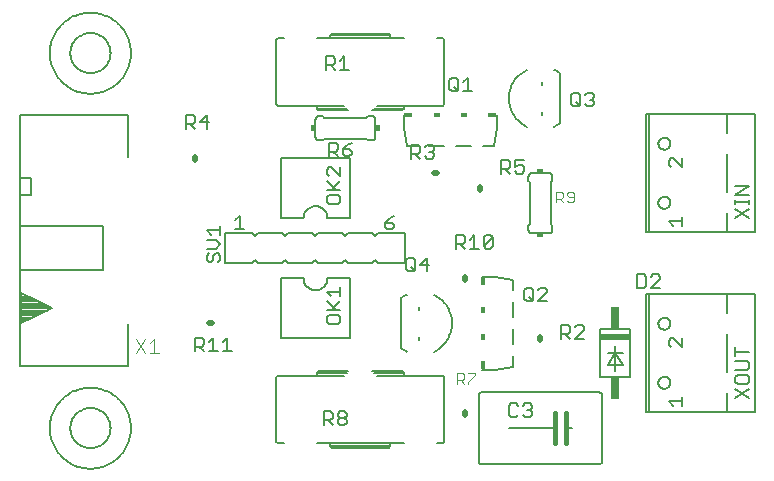
<source format=gto>
G75*
%MOIN*%
%OFA0B0*%
%FSLAX24Y24*%
%IPPOS*%
%LPD*%
%AMOC8*
5,1,8,0,0,1.08239X$1,22.5*
%
%ADD10C,0.0060*%
%ADD11C,0.0050*%
%ADD12C,0.0200*%
%ADD13R,0.0150X0.0200*%
%ADD14C,0.0040*%
%ADD15R,0.0200X0.0150*%
%ADD16R,0.0300X0.0150*%
%ADD17R,0.0150X0.0300*%
%ADD18C,0.0160*%
%ADD19C,0.0080*%
%ADD20R,0.1000X0.0200*%
%ADD21R,0.0300X0.0750*%
D10*
X001150Y001800D02*
X001152Y001873D01*
X001158Y001946D01*
X001168Y002018D01*
X001182Y002090D01*
X001199Y002161D01*
X001221Y002231D01*
X001246Y002300D01*
X001275Y002367D01*
X001307Y002432D01*
X001343Y002496D01*
X001383Y002558D01*
X001425Y002617D01*
X001471Y002674D01*
X001520Y002728D01*
X001572Y002780D01*
X001626Y002829D01*
X001683Y002875D01*
X001742Y002917D01*
X001804Y002957D01*
X001868Y002993D01*
X001933Y003025D01*
X002000Y003054D01*
X002069Y003079D01*
X002139Y003101D01*
X002210Y003118D01*
X002282Y003132D01*
X002354Y003142D01*
X002427Y003148D01*
X002500Y003150D01*
X002573Y003148D01*
X002646Y003142D01*
X002718Y003132D01*
X002790Y003118D01*
X002861Y003101D01*
X002931Y003079D01*
X003000Y003054D01*
X003067Y003025D01*
X003132Y002993D01*
X003196Y002957D01*
X003258Y002917D01*
X003317Y002875D01*
X003374Y002829D01*
X003428Y002780D01*
X003480Y002728D01*
X003529Y002674D01*
X003575Y002617D01*
X003617Y002558D01*
X003657Y002496D01*
X003693Y002432D01*
X003725Y002367D01*
X003754Y002300D01*
X003779Y002231D01*
X003801Y002161D01*
X003818Y002090D01*
X003832Y002018D01*
X003842Y001946D01*
X003848Y001873D01*
X003850Y001800D01*
X003848Y001727D01*
X003842Y001654D01*
X003832Y001582D01*
X003818Y001510D01*
X003801Y001439D01*
X003779Y001369D01*
X003754Y001300D01*
X003725Y001233D01*
X003693Y001168D01*
X003657Y001104D01*
X003617Y001042D01*
X003575Y000983D01*
X003529Y000926D01*
X003480Y000872D01*
X003428Y000820D01*
X003374Y000771D01*
X003317Y000725D01*
X003258Y000683D01*
X003196Y000643D01*
X003132Y000607D01*
X003067Y000575D01*
X003000Y000546D01*
X002931Y000521D01*
X002861Y000499D01*
X002790Y000482D01*
X002718Y000468D01*
X002646Y000458D01*
X002573Y000452D01*
X002500Y000450D01*
X002427Y000452D01*
X002354Y000458D01*
X002282Y000468D01*
X002210Y000482D01*
X002139Y000499D01*
X002069Y000521D01*
X002000Y000546D01*
X001933Y000575D01*
X001868Y000607D01*
X001804Y000643D01*
X001742Y000683D01*
X001683Y000725D01*
X001626Y000771D01*
X001572Y000820D01*
X001520Y000872D01*
X001471Y000926D01*
X001425Y000983D01*
X001383Y001042D01*
X001343Y001104D01*
X001307Y001168D01*
X001275Y001233D01*
X001246Y001300D01*
X001221Y001369D01*
X001199Y001439D01*
X001182Y001510D01*
X001168Y001582D01*
X001158Y001654D01*
X001152Y001727D01*
X001150Y001800D01*
X008700Y001350D02*
X008700Y003500D01*
X008750Y003550D01*
X010050Y003550D01*
X010950Y003550D01*
X011050Y003650D02*
X010050Y003650D01*
X010100Y003700D01*
X011100Y003700D01*
X011900Y003700D02*
X012900Y003700D01*
X012950Y003650D01*
X011950Y003650D01*
X012050Y003550D02*
X012950Y003550D01*
X014250Y003550D01*
X014300Y003500D01*
X014300Y001350D01*
X014250Y001300D01*
X014050Y001300D01*
X012950Y001300D02*
X012500Y001300D01*
X012500Y001200D01*
X010500Y001200D01*
X010500Y001300D01*
X010050Y001300D01*
X010500Y001300D02*
X012500Y001300D01*
X012500Y001200D02*
X012450Y001150D01*
X010550Y001150D01*
X010500Y001200D01*
X008950Y001300D02*
X008750Y001300D01*
X008700Y001350D01*
X010050Y003550D02*
X010050Y003650D01*
X011150Y004800D02*
X008850Y004800D01*
X008850Y006800D01*
X009600Y006800D01*
X009602Y006761D01*
X009608Y006722D01*
X009617Y006684D01*
X009630Y006647D01*
X009647Y006611D01*
X009667Y006578D01*
X009691Y006546D01*
X009717Y006517D01*
X009746Y006491D01*
X009778Y006467D01*
X009811Y006447D01*
X009847Y006430D01*
X009884Y006417D01*
X009922Y006408D01*
X009961Y006402D01*
X010000Y006400D01*
X010039Y006402D01*
X010078Y006408D01*
X010116Y006417D01*
X010153Y006430D01*
X010189Y006447D01*
X010222Y006467D01*
X010254Y006491D01*
X010283Y006517D01*
X010309Y006546D01*
X010333Y006578D01*
X010353Y006611D01*
X010370Y006647D01*
X010383Y006684D01*
X010392Y006722D01*
X010398Y006761D01*
X010400Y006800D01*
X011150Y006800D01*
X011150Y004800D01*
X012950Y003650D02*
X012950Y003550D01*
X015450Y002900D02*
X015450Y000700D01*
X015452Y000683D01*
X015456Y000666D01*
X015463Y000650D01*
X015473Y000636D01*
X015486Y000623D01*
X015500Y000613D01*
X015516Y000606D01*
X015533Y000602D01*
X015550Y000600D01*
X019450Y000600D01*
X019467Y000602D01*
X019484Y000606D01*
X019500Y000613D01*
X019514Y000623D01*
X019527Y000636D01*
X019537Y000650D01*
X019544Y000666D01*
X019548Y000683D01*
X019550Y000700D01*
X019550Y002900D01*
X019548Y002917D01*
X019544Y002934D01*
X019537Y002950D01*
X019527Y002964D01*
X019514Y002977D01*
X019500Y002987D01*
X019484Y002994D01*
X019467Y002998D01*
X019450Y003000D01*
X015550Y003000D01*
X015533Y002998D01*
X015516Y002994D01*
X015500Y002987D01*
X015486Y002977D01*
X015473Y002964D01*
X015463Y002950D01*
X015456Y002934D01*
X015452Y002917D01*
X015450Y002900D01*
X015550Y003750D02*
X016000Y003750D01*
X016600Y003850D01*
X016600Y004200D01*
X016600Y004600D02*
X016600Y005100D01*
X016600Y005500D02*
X016600Y006000D01*
X016600Y006400D02*
X016600Y006750D01*
X016000Y006850D01*
X015550Y006850D01*
X017200Y008300D02*
X017800Y008300D01*
X017817Y008302D01*
X017834Y008306D01*
X017850Y008313D01*
X017864Y008323D01*
X017877Y008336D01*
X017887Y008350D01*
X017894Y008366D01*
X017898Y008383D01*
X017900Y008400D01*
X017900Y008550D01*
X017850Y008600D01*
X017850Y010000D01*
X017900Y010050D01*
X017900Y010200D01*
X017898Y010217D01*
X017894Y010234D01*
X017887Y010250D01*
X017877Y010264D01*
X017864Y010277D01*
X017850Y010287D01*
X017834Y010294D01*
X017817Y010298D01*
X017800Y010300D01*
X017200Y010300D01*
X017183Y010298D01*
X017166Y010294D01*
X017150Y010287D01*
X017136Y010277D01*
X017123Y010264D01*
X017113Y010250D01*
X017106Y010234D01*
X017102Y010217D01*
X017100Y010200D01*
X017100Y010050D01*
X017150Y010000D01*
X017150Y008600D01*
X017100Y008550D01*
X017100Y008400D01*
X017102Y008383D01*
X017106Y008366D01*
X017113Y008350D01*
X017123Y008336D01*
X017136Y008323D01*
X017150Y008313D01*
X017166Y008306D01*
X017183Y008302D01*
X017200Y008300D01*
X021030Y008336D02*
X021110Y008336D01*
X021110Y012266D01*
X023710Y012266D01*
X024650Y012266D01*
X024650Y008336D01*
X023710Y008336D01*
X021110Y008336D01*
X021030Y008336D02*
X021030Y012266D01*
X021110Y012266D01*
X021430Y011286D02*
X021432Y011314D01*
X021438Y011341D01*
X021447Y011367D01*
X021460Y011392D01*
X021477Y011415D01*
X021496Y011435D01*
X021518Y011452D01*
X021542Y011466D01*
X021568Y011476D01*
X021595Y011483D01*
X021623Y011486D01*
X021651Y011485D01*
X021678Y011480D01*
X021705Y011471D01*
X021730Y011459D01*
X021753Y011444D01*
X021774Y011425D01*
X021792Y011404D01*
X021807Y011380D01*
X021818Y011354D01*
X021826Y011328D01*
X021830Y011300D01*
X021830Y011272D01*
X021826Y011244D01*
X021818Y011218D01*
X021807Y011192D01*
X021792Y011168D01*
X021774Y011147D01*
X021753Y011128D01*
X021730Y011113D01*
X021705Y011101D01*
X021678Y011092D01*
X021651Y011087D01*
X021623Y011086D01*
X021595Y011089D01*
X021568Y011096D01*
X021542Y011106D01*
X021518Y011120D01*
X021496Y011137D01*
X021477Y011157D01*
X021460Y011180D01*
X021447Y011205D01*
X021438Y011231D01*
X021432Y011258D01*
X021430Y011286D01*
X023710Y011636D02*
X023710Y012266D01*
X023710Y010936D02*
X023710Y009666D01*
X023710Y008966D02*
X023710Y008336D01*
X021430Y009316D02*
X021432Y009344D01*
X021438Y009371D01*
X021447Y009397D01*
X021460Y009422D01*
X021477Y009445D01*
X021496Y009465D01*
X021518Y009482D01*
X021542Y009496D01*
X021568Y009506D01*
X021595Y009513D01*
X021623Y009516D01*
X021651Y009515D01*
X021678Y009510D01*
X021705Y009501D01*
X021730Y009489D01*
X021753Y009474D01*
X021774Y009455D01*
X021792Y009434D01*
X021807Y009410D01*
X021818Y009384D01*
X021826Y009358D01*
X021830Y009330D01*
X021830Y009302D01*
X021826Y009274D01*
X021818Y009248D01*
X021807Y009222D01*
X021792Y009198D01*
X021774Y009177D01*
X021753Y009158D01*
X021730Y009143D01*
X021705Y009131D01*
X021678Y009122D01*
X021651Y009117D01*
X021623Y009116D01*
X021595Y009119D01*
X021568Y009126D01*
X021542Y009136D01*
X021518Y009150D01*
X021496Y009167D01*
X021477Y009187D01*
X021460Y009210D01*
X021447Y009235D01*
X021438Y009261D01*
X021432Y009288D01*
X021430Y009316D01*
X021110Y006266D02*
X023710Y006266D01*
X024650Y006266D01*
X024650Y002336D01*
X023710Y002336D01*
X021110Y002336D01*
X021030Y002336D01*
X021030Y006266D01*
X021110Y006266D01*
X021110Y002336D01*
X021430Y003316D02*
X021432Y003344D01*
X021438Y003371D01*
X021447Y003397D01*
X021460Y003422D01*
X021477Y003445D01*
X021496Y003465D01*
X021518Y003482D01*
X021542Y003496D01*
X021568Y003506D01*
X021595Y003513D01*
X021623Y003516D01*
X021651Y003515D01*
X021678Y003510D01*
X021705Y003501D01*
X021730Y003489D01*
X021753Y003474D01*
X021774Y003455D01*
X021792Y003434D01*
X021807Y003410D01*
X021818Y003384D01*
X021826Y003358D01*
X021830Y003330D01*
X021830Y003302D01*
X021826Y003274D01*
X021818Y003248D01*
X021807Y003222D01*
X021792Y003198D01*
X021774Y003177D01*
X021753Y003158D01*
X021730Y003143D01*
X021705Y003131D01*
X021678Y003122D01*
X021651Y003117D01*
X021623Y003116D01*
X021595Y003119D01*
X021568Y003126D01*
X021542Y003136D01*
X021518Y003150D01*
X021496Y003167D01*
X021477Y003187D01*
X021460Y003210D01*
X021447Y003235D01*
X021438Y003261D01*
X021432Y003288D01*
X021430Y003316D01*
X020500Y003500D02*
X020500Y005100D01*
X019500Y005100D01*
X019500Y003500D01*
X020500Y003500D01*
X020000Y003700D02*
X020000Y004300D01*
X019750Y004300D01*
X020000Y004300D02*
X020250Y004300D01*
X020000Y004300D02*
X020250Y003900D01*
X019750Y003900D01*
X020000Y004300D01*
X020000Y004550D01*
X021430Y005286D02*
X021432Y005314D01*
X021438Y005341D01*
X021447Y005367D01*
X021460Y005392D01*
X021477Y005415D01*
X021496Y005435D01*
X021518Y005452D01*
X021542Y005466D01*
X021568Y005476D01*
X021595Y005483D01*
X021623Y005486D01*
X021651Y005485D01*
X021678Y005480D01*
X021705Y005471D01*
X021730Y005459D01*
X021753Y005444D01*
X021774Y005425D01*
X021792Y005404D01*
X021807Y005380D01*
X021818Y005354D01*
X021826Y005328D01*
X021830Y005300D01*
X021830Y005272D01*
X021826Y005244D01*
X021818Y005218D01*
X021807Y005192D01*
X021792Y005168D01*
X021774Y005147D01*
X021753Y005128D01*
X021730Y005113D01*
X021705Y005101D01*
X021678Y005092D01*
X021651Y005087D01*
X021623Y005086D01*
X021595Y005089D01*
X021568Y005096D01*
X021542Y005106D01*
X021518Y005120D01*
X021496Y005137D01*
X021477Y005157D01*
X021460Y005180D01*
X021447Y005205D01*
X021438Y005231D01*
X021432Y005258D01*
X021430Y005286D01*
X023710Y005636D02*
X023710Y006266D01*
X023710Y004936D02*
X023710Y003666D01*
X023710Y002966D02*
X023710Y002336D01*
X018550Y001800D02*
X018350Y001800D01*
X018000Y001800D02*
X016450Y001800D01*
X013000Y007300D02*
X012100Y007300D01*
X012000Y007400D01*
X011900Y007300D01*
X011100Y007300D01*
X011000Y007400D01*
X010900Y007300D01*
X010100Y007300D01*
X010000Y007400D01*
X009900Y007300D01*
X009100Y007300D01*
X009000Y007400D01*
X008900Y007300D01*
X008100Y007300D01*
X008000Y007400D01*
X007900Y007300D01*
X007000Y007300D01*
X007000Y008300D01*
X007900Y008300D01*
X008000Y008200D01*
X008100Y008300D01*
X008900Y008300D01*
X009000Y008200D01*
X009100Y008300D01*
X009900Y008300D01*
X010000Y008200D01*
X010100Y008300D01*
X010900Y008300D01*
X011000Y008200D01*
X011100Y008300D01*
X011900Y008300D01*
X012000Y008200D01*
X012100Y008300D01*
X013000Y008300D01*
X013000Y007300D01*
X011150Y008800D02*
X010400Y008800D01*
X010398Y008839D01*
X010392Y008878D01*
X010383Y008916D01*
X010370Y008953D01*
X010353Y008989D01*
X010333Y009022D01*
X010309Y009054D01*
X010283Y009083D01*
X010254Y009109D01*
X010222Y009133D01*
X010189Y009153D01*
X010153Y009170D01*
X010116Y009183D01*
X010078Y009192D01*
X010039Y009198D01*
X010000Y009200D01*
X009961Y009198D01*
X009922Y009192D01*
X009884Y009183D01*
X009847Y009170D01*
X009811Y009153D01*
X009778Y009133D01*
X009746Y009109D01*
X009717Y009083D01*
X009691Y009054D01*
X009667Y009022D01*
X009647Y008989D01*
X009630Y008953D01*
X009617Y008916D01*
X009608Y008878D01*
X009602Y008839D01*
X009600Y008800D01*
X008850Y008800D01*
X008850Y010800D01*
X011150Y010800D01*
X011150Y008800D01*
X013050Y011200D02*
X013400Y011200D01*
X013050Y011200D02*
X012950Y011800D01*
X012950Y012250D01*
X012900Y012400D02*
X011900Y012400D01*
X011950Y012450D02*
X012950Y012450D01*
X012900Y012400D01*
X012950Y012450D02*
X012950Y012550D01*
X012050Y012550D01*
X011900Y012200D02*
X011750Y012200D01*
X011700Y012150D01*
X010300Y012150D01*
X010250Y012200D01*
X010100Y012200D01*
X010083Y012198D01*
X010066Y012194D01*
X010050Y012187D01*
X010036Y012177D01*
X010023Y012164D01*
X010013Y012150D01*
X010006Y012134D01*
X010002Y012117D01*
X010000Y012100D01*
X010000Y011500D01*
X010002Y011483D01*
X010006Y011466D01*
X010013Y011450D01*
X010023Y011436D01*
X010036Y011423D01*
X010050Y011413D01*
X010066Y011406D01*
X010083Y011402D01*
X010100Y011400D01*
X010250Y011400D01*
X010300Y011450D01*
X011700Y011450D01*
X011750Y011400D01*
X011900Y011400D01*
X011917Y011402D01*
X011934Y011406D01*
X011950Y011413D01*
X011964Y011423D01*
X011977Y011436D01*
X011987Y011450D01*
X011994Y011466D01*
X011998Y011483D01*
X012000Y011500D01*
X012000Y012100D01*
X011998Y012117D01*
X011994Y012134D01*
X011987Y012150D01*
X011977Y012164D01*
X011964Y012177D01*
X011950Y012187D01*
X011934Y012194D01*
X011917Y012198D01*
X011900Y012200D01*
X011100Y012400D02*
X010100Y012400D01*
X010050Y012450D01*
X011050Y012450D01*
X010950Y012550D02*
X010050Y012550D01*
X008750Y012550D01*
X008700Y012600D01*
X008700Y014750D01*
X008750Y014800D01*
X008950Y014800D01*
X010050Y014800D02*
X010500Y014800D01*
X010500Y014900D01*
X012500Y014900D01*
X012500Y014800D01*
X012950Y014800D01*
X012500Y014800D02*
X010500Y014800D01*
X010500Y014900D02*
X010550Y014950D01*
X012450Y014950D01*
X012500Y014900D01*
X014050Y014800D02*
X014250Y014800D01*
X014300Y014750D01*
X014300Y012600D01*
X014250Y012550D01*
X012950Y012550D01*
X013800Y011200D02*
X014300Y011200D01*
X014700Y011200D02*
X015200Y011200D01*
X015600Y011200D02*
X015950Y011200D01*
X016050Y011800D01*
X016050Y012250D01*
X010050Y012450D02*
X010050Y012550D01*
X001150Y014300D02*
X001152Y014373D01*
X001158Y014446D01*
X001168Y014518D01*
X001182Y014590D01*
X001199Y014661D01*
X001221Y014731D01*
X001246Y014800D01*
X001275Y014867D01*
X001307Y014932D01*
X001343Y014996D01*
X001383Y015058D01*
X001425Y015117D01*
X001471Y015174D01*
X001520Y015228D01*
X001572Y015280D01*
X001626Y015329D01*
X001683Y015375D01*
X001742Y015417D01*
X001804Y015457D01*
X001868Y015493D01*
X001933Y015525D01*
X002000Y015554D01*
X002069Y015579D01*
X002139Y015601D01*
X002210Y015618D01*
X002282Y015632D01*
X002354Y015642D01*
X002427Y015648D01*
X002500Y015650D01*
X002573Y015648D01*
X002646Y015642D01*
X002718Y015632D01*
X002790Y015618D01*
X002861Y015601D01*
X002931Y015579D01*
X003000Y015554D01*
X003067Y015525D01*
X003132Y015493D01*
X003196Y015457D01*
X003258Y015417D01*
X003317Y015375D01*
X003374Y015329D01*
X003428Y015280D01*
X003480Y015228D01*
X003529Y015174D01*
X003575Y015117D01*
X003617Y015058D01*
X003657Y014996D01*
X003693Y014932D01*
X003725Y014867D01*
X003754Y014800D01*
X003779Y014731D01*
X003801Y014661D01*
X003818Y014590D01*
X003832Y014518D01*
X003842Y014446D01*
X003848Y014373D01*
X003850Y014300D01*
X003848Y014227D01*
X003842Y014154D01*
X003832Y014082D01*
X003818Y014010D01*
X003801Y013939D01*
X003779Y013869D01*
X003754Y013800D01*
X003725Y013733D01*
X003693Y013668D01*
X003657Y013604D01*
X003617Y013542D01*
X003575Y013483D01*
X003529Y013426D01*
X003480Y013372D01*
X003428Y013320D01*
X003374Y013271D01*
X003317Y013225D01*
X003258Y013183D01*
X003196Y013143D01*
X003132Y013107D01*
X003067Y013075D01*
X003000Y013046D01*
X002931Y013021D01*
X002861Y012999D01*
X002790Y012982D01*
X002718Y012968D01*
X002646Y012958D01*
X002573Y012952D01*
X002500Y012950D01*
X002427Y012952D01*
X002354Y012958D01*
X002282Y012968D01*
X002210Y012982D01*
X002139Y012999D01*
X002069Y013021D01*
X002000Y013046D01*
X001933Y013075D01*
X001868Y013107D01*
X001804Y013143D01*
X001742Y013183D01*
X001683Y013225D01*
X001626Y013271D01*
X001572Y013320D01*
X001520Y013372D01*
X001471Y013426D01*
X001425Y013483D01*
X001383Y013542D01*
X001343Y013604D01*
X001307Y013668D01*
X001275Y013733D01*
X001246Y013800D01*
X001221Y013869D01*
X001199Y013939D01*
X001182Y014010D01*
X001168Y014082D01*
X001158Y014154D01*
X001152Y014227D01*
X001150Y014300D01*
D11*
X005685Y012235D02*
X005685Y011785D01*
X005685Y011935D02*
X005910Y011935D01*
X005985Y012010D01*
X005985Y012160D01*
X005910Y012235D01*
X005685Y012235D01*
X005835Y011935D02*
X005985Y011785D01*
X006146Y012010D02*
X006446Y012010D01*
X006371Y011785D02*
X006371Y012235D01*
X006146Y012010D01*
X010354Y013745D02*
X010354Y014195D01*
X010580Y014195D01*
X010655Y014120D01*
X010655Y013970D01*
X010580Y013895D01*
X010354Y013895D01*
X010505Y013895D02*
X010655Y013745D01*
X010815Y013745D02*
X011115Y013745D01*
X010965Y013745D02*
X010965Y014195D01*
X010815Y014045D01*
X014465Y013410D02*
X014465Y013110D01*
X014540Y013035D01*
X014690Y013035D01*
X014765Y013110D01*
X014765Y013410D01*
X014690Y013485D01*
X014540Y013485D01*
X014465Y013410D01*
X014926Y013335D02*
X015076Y013485D01*
X015076Y013035D01*
X014926Y013035D02*
X015226Y013035D01*
X014765Y013035D02*
X014615Y013185D01*
X013871Y011235D02*
X013946Y011160D01*
X013946Y011085D01*
X013871Y011010D01*
X013946Y010935D01*
X013946Y010860D01*
X013871Y010785D01*
X013721Y010785D01*
X013646Y010860D01*
X013485Y010785D02*
X013335Y010935D01*
X013410Y010935D02*
X013185Y010935D01*
X013185Y010785D02*
X013185Y011235D01*
X013410Y011235D01*
X013485Y011160D01*
X013485Y011010D01*
X013410Y010935D01*
X013796Y011010D02*
X013871Y011010D01*
X013871Y011235D02*
X013721Y011235D01*
X013646Y011160D01*
X011205Y011015D02*
X011205Y010940D01*
X011130Y010865D01*
X010980Y010865D01*
X010905Y010940D01*
X010905Y011090D01*
X011130Y011090D01*
X011205Y011015D01*
X011055Y011240D02*
X010905Y011090D01*
X010745Y011090D02*
X010745Y011240D01*
X010670Y011315D01*
X010444Y011315D01*
X010444Y010865D01*
X010444Y011015D02*
X010670Y011015D01*
X010745Y011090D01*
X010595Y011015D02*
X010745Y010865D01*
X010825Y010496D02*
X010825Y010196D01*
X010525Y010496D01*
X010450Y010496D01*
X010375Y010421D01*
X010375Y010271D01*
X010450Y010196D01*
X010375Y010036D02*
X010675Y009735D01*
X010600Y009810D02*
X010825Y010036D01*
X010825Y009735D02*
X010375Y009735D01*
X010450Y009575D02*
X010375Y009500D01*
X010375Y009350D01*
X010450Y009275D01*
X010750Y009275D01*
X010825Y009350D01*
X010825Y009500D01*
X010750Y009575D01*
X010450Y009575D01*
X012325Y008650D02*
X012325Y008500D01*
X012400Y008425D01*
X012550Y008425D01*
X012625Y008500D01*
X012625Y008575D01*
X012550Y008650D01*
X012325Y008650D01*
X012475Y008800D01*
X012625Y008875D01*
X013100Y007475D02*
X013250Y007475D01*
X013325Y007400D01*
X013325Y007100D01*
X013250Y007025D01*
X013100Y007025D01*
X013025Y007100D01*
X013025Y007400D01*
X013100Y007475D01*
X013175Y007175D02*
X013325Y007025D01*
X013486Y007250D02*
X013786Y007250D01*
X013711Y007025D02*
X013711Y007475D01*
X013486Y007250D01*
X014685Y007785D02*
X014685Y008235D01*
X014910Y008235D01*
X014985Y008160D01*
X014985Y008010D01*
X014910Y007935D01*
X014685Y007935D01*
X014835Y007935D02*
X014985Y007785D01*
X015146Y007785D02*
X015446Y007785D01*
X015296Y007785D02*
X015296Y008235D01*
X015146Y008085D01*
X015606Y008160D02*
X015606Y007860D01*
X015906Y008160D01*
X015906Y007860D01*
X015831Y007785D01*
X015681Y007785D01*
X015606Y007860D01*
X015606Y008160D02*
X015681Y008235D01*
X015831Y008235D01*
X015906Y008160D01*
X017040Y006485D02*
X017190Y006485D01*
X017265Y006410D01*
X017265Y006110D01*
X017190Y006035D01*
X017040Y006035D01*
X016965Y006110D01*
X016965Y006410D01*
X017040Y006485D01*
X017426Y006410D02*
X017501Y006485D01*
X017651Y006485D01*
X017726Y006410D01*
X017726Y006335D01*
X017426Y006035D01*
X017726Y006035D01*
X017265Y006035D02*
X017115Y006185D01*
X018185Y005235D02*
X018410Y005235D01*
X018485Y005160D01*
X018485Y005010D01*
X018410Y004935D01*
X018185Y004935D01*
X018185Y004785D02*
X018185Y005235D01*
X018335Y004935D02*
X018485Y004785D01*
X018646Y004785D02*
X018946Y005085D01*
X018946Y005160D01*
X018871Y005235D01*
X018721Y005235D01*
X018646Y005160D01*
X018646Y004785D02*
X018946Y004785D01*
X020725Y006475D02*
X020950Y006475D01*
X021025Y006550D01*
X021025Y006850D01*
X020950Y006925D01*
X020725Y006925D01*
X020725Y006475D01*
X021186Y006475D02*
X021486Y006775D01*
X021486Y006850D01*
X021411Y006925D01*
X021261Y006925D01*
X021186Y006850D01*
X021186Y006475D02*
X021486Y006475D01*
X021850Y004791D02*
X021775Y004716D01*
X021775Y004566D01*
X021850Y004491D01*
X021925Y004791D02*
X022225Y004491D01*
X022225Y004791D01*
X021925Y004791D02*
X021850Y004791D01*
X023995Y004492D02*
X023995Y004192D01*
X023995Y004342D02*
X024445Y004342D01*
X024370Y004032D02*
X023995Y004032D01*
X023995Y003732D02*
X024370Y003732D01*
X024445Y003807D01*
X024445Y003957D01*
X024370Y004032D01*
X024370Y003571D02*
X024070Y003571D01*
X023995Y003496D01*
X023995Y003346D01*
X024070Y003271D01*
X024370Y003271D01*
X024445Y003346D01*
X024445Y003496D01*
X024370Y003571D01*
X024445Y003111D02*
X023995Y002811D01*
X023995Y003111D02*
X024445Y002811D01*
X022225Y002841D02*
X022225Y002541D01*
X022225Y002691D02*
X021775Y002691D01*
X021925Y002541D01*
X017215Y002550D02*
X017215Y002475D01*
X017140Y002400D01*
X017215Y002325D01*
X017215Y002250D01*
X017140Y002175D01*
X016990Y002175D01*
X016915Y002250D01*
X016755Y002250D02*
X016680Y002175D01*
X016530Y002175D01*
X016454Y002250D01*
X016454Y002550D01*
X016530Y002625D01*
X016680Y002625D01*
X016755Y002550D01*
X016915Y002550D02*
X016990Y002625D01*
X017140Y002625D01*
X017215Y002550D01*
X017140Y002400D02*
X017065Y002400D01*
X013450Y004747D02*
X013450Y004853D01*
X013062Y004346D02*
X013006Y004373D01*
X012952Y004404D01*
X012900Y004438D01*
X012850Y004475D01*
X012850Y006125D01*
X013450Y005853D02*
X013450Y005747D01*
X013053Y006250D02*
X012999Y006223D01*
X012948Y006193D01*
X012898Y006160D01*
X012850Y006125D01*
X013947Y006250D02*
X014004Y006221D01*
X014060Y006188D01*
X014113Y006153D01*
X014164Y006113D01*
X014212Y006071D01*
X014258Y006026D01*
X014301Y005979D01*
X014341Y005929D01*
X014378Y005876D01*
X014411Y005821D01*
X014442Y005765D01*
X014468Y005706D01*
X014491Y005646D01*
X014511Y005585D01*
X014526Y005523D01*
X014538Y005460D01*
X014546Y005396D01*
X014550Y005332D01*
X014550Y005268D01*
X014546Y005204D01*
X014538Y005140D01*
X014526Y005077D01*
X014511Y005015D01*
X014491Y004954D01*
X014468Y004894D01*
X014442Y004835D01*
X014411Y004779D01*
X014378Y004724D01*
X014341Y004671D01*
X014301Y004621D01*
X014258Y004574D01*
X014212Y004529D01*
X014164Y004487D01*
X014113Y004447D01*
X014060Y004412D01*
X014004Y004379D01*
X013947Y004350D01*
X010825Y005350D02*
X010750Y005275D01*
X010450Y005275D01*
X010375Y005350D01*
X010375Y005500D01*
X010450Y005575D01*
X010750Y005575D01*
X010825Y005500D01*
X010825Y005350D01*
X010825Y005735D02*
X010375Y005735D01*
X010600Y005810D02*
X010825Y006036D01*
X010825Y006196D02*
X010825Y006496D01*
X010825Y006346D02*
X010375Y006346D01*
X010525Y006196D01*
X010375Y006036D02*
X010675Y005735D01*
X007205Y004365D02*
X006905Y004365D01*
X007055Y004365D02*
X007055Y004815D01*
X006905Y004665D01*
X006745Y004365D02*
X006444Y004365D01*
X006595Y004365D02*
X006595Y004815D01*
X006444Y004665D01*
X006284Y004740D02*
X006284Y004590D01*
X006209Y004515D01*
X005984Y004515D01*
X005984Y004365D02*
X005984Y004815D01*
X006209Y004815D01*
X006284Y004740D01*
X006134Y004515D02*
X006284Y004365D01*
X010275Y002355D02*
X010275Y001905D01*
X010275Y002055D02*
X010500Y002055D01*
X010575Y002130D01*
X010575Y002280D01*
X010500Y002355D01*
X010275Y002355D01*
X010425Y002055D02*
X010575Y001905D01*
X010736Y001980D02*
X010736Y002055D01*
X010811Y002130D01*
X010961Y002130D01*
X011036Y002055D01*
X011036Y001980D01*
X010961Y001905D01*
X010811Y001905D01*
X010736Y001980D01*
X010811Y002130D02*
X010736Y002205D01*
X010736Y002280D01*
X010811Y002355D01*
X010961Y002355D01*
X011036Y002280D01*
X011036Y002205D01*
X010961Y002130D01*
X006750Y007325D02*
X006825Y007400D01*
X006825Y007550D01*
X006750Y007625D01*
X006675Y007625D01*
X006600Y007550D01*
X006600Y007400D01*
X006525Y007325D01*
X006450Y007325D01*
X006375Y007400D01*
X006375Y007550D01*
X006450Y007625D01*
X006375Y007785D02*
X006675Y007785D01*
X006825Y007936D01*
X006675Y008086D01*
X006375Y008086D01*
X006525Y008246D02*
X006375Y008396D01*
X006825Y008396D01*
X006825Y008246D02*
X006825Y008546D01*
X007325Y008425D02*
X007625Y008425D01*
X007475Y008425D02*
X007475Y008875D01*
X007325Y008725D01*
X011055Y011240D02*
X011205Y011315D01*
X016185Y010735D02*
X016185Y010285D01*
X016185Y010435D02*
X016410Y010435D01*
X016485Y010510D01*
X016485Y010660D01*
X016410Y010735D01*
X016185Y010735D01*
X016335Y010435D02*
X016485Y010285D01*
X016646Y010360D02*
X016721Y010285D01*
X016871Y010285D01*
X016946Y010360D01*
X016946Y010510D01*
X016871Y010585D01*
X016796Y010585D01*
X016646Y010510D01*
X016646Y010735D01*
X016946Y010735D01*
X018150Y011975D02*
X018150Y013625D01*
X017550Y013353D02*
X017550Y013247D01*
X017938Y013754D02*
X017994Y013727D01*
X018048Y013696D01*
X018100Y013662D01*
X018150Y013625D01*
X018600Y012975D02*
X018750Y012975D01*
X018825Y012900D01*
X018825Y012600D01*
X018750Y012525D01*
X018600Y012525D01*
X018525Y012600D01*
X018525Y012900D01*
X018600Y012975D01*
X018675Y012675D02*
X018825Y012525D01*
X018986Y012600D02*
X019061Y012525D01*
X019211Y012525D01*
X019286Y012600D01*
X019286Y012675D01*
X019211Y012750D01*
X019136Y012750D01*
X019211Y012750D02*
X019286Y012825D01*
X019286Y012900D01*
X019211Y012975D01*
X019061Y012975D01*
X018986Y012900D01*
X017053Y013750D02*
X016996Y013721D01*
X016940Y013688D01*
X016887Y013653D01*
X016836Y013613D01*
X016788Y013571D01*
X016742Y013526D01*
X016699Y013479D01*
X016659Y013429D01*
X016622Y013376D01*
X016589Y013321D01*
X016558Y013265D01*
X016532Y013206D01*
X016509Y013146D01*
X016489Y013085D01*
X016474Y013023D01*
X016462Y012960D01*
X016454Y012896D01*
X016450Y012832D01*
X016450Y012768D01*
X016454Y012704D01*
X016462Y012640D01*
X016474Y012577D01*
X016489Y012515D01*
X016509Y012454D01*
X016532Y012394D01*
X016558Y012335D01*
X016589Y012279D01*
X016622Y012224D01*
X016659Y012171D01*
X016699Y012121D01*
X016742Y012074D01*
X016788Y012029D01*
X016836Y011987D01*
X016887Y011947D01*
X016940Y011912D01*
X016996Y011879D01*
X017053Y011850D01*
X017550Y012247D02*
X017550Y012353D01*
X017947Y011850D02*
X018001Y011877D01*
X018052Y011907D01*
X018102Y011940D01*
X018150Y011975D01*
X021775Y010716D02*
X021775Y010566D01*
X021850Y010491D01*
X021775Y010716D02*
X021850Y010791D01*
X021925Y010791D01*
X022225Y010491D01*
X022225Y010791D01*
X023995Y009878D02*
X024445Y009878D01*
X023995Y009578D01*
X024445Y009578D01*
X024445Y009421D02*
X024445Y009271D01*
X024445Y009346D02*
X023995Y009346D01*
X023995Y009271D02*
X023995Y009421D01*
X023995Y009111D02*
X024445Y008811D01*
X024445Y009111D02*
X023995Y008811D01*
X022225Y008841D02*
X022225Y008541D01*
X022225Y008691D02*
X021775Y008691D01*
X021925Y008541D01*
D12*
X017500Y004850D02*
X017500Y004750D01*
X015000Y006750D02*
X015000Y006850D01*
X015500Y009750D02*
X015500Y009850D01*
X014050Y010300D02*
X013950Y010300D01*
X006550Y005300D02*
X006450Y005300D01*
X006000Y010750D02*
X006000Y010850D01*
X015000Y002350D02*
X015000Y002250D01*
D13*
X015575Y004850D03*
X015575Y005750D03*
X012075Y011800D03*
X009925Y011800D03*
D14*
X018020Y009680D02*
X018020Y009330D01*
X018020Y009447D02*
X018195Y009447D01*
X018254Y009505D01*
X018254Y009622D01*
X018195Y009680D01*
X018020Y009680D01*
X018379Y009622D02*
X018379Y009564D01*
X018438Y009505D01*
X018613Y009505D01*
X018613Y009388D02*
X018613Y009622D01*
X018554Y009680D01*
X018438Y009680D01*
X018379Y009622D01*
X018379Y009388D02*
X018438Y009330D01*
X018554Y009330D01*
X018613Y009388D01*
X018254Y009330D02*
X018137Y009447D01*
X015323Y003630D02*
X015089Y003630D01*
X014964Y003572D02*
X014964Y003455D01*
X014905Y003397D01*
X014730Y003397D01*
X014730Y003280D02*
X014730Y003630D01*
X014905Y003630D01*
X014964Y003572D01*
X014847Y003397D02*
X014964Y003280D01*
X015089Y003280D02*
X015089Y003338D01*
X015323Y003572D01*
X015323Y003630D01*
X004788Y004320D02*
X004481Y004320D01*
X004634Y004320D02*
X004634Y004780D01*
X004481Y004627D01*
X004327Y004780D02*
X004020Y004320D01*
X004327Y004320D02*
X004020Y004780D01*
D15*
X014050Y012225D03*
X014950Y012225D03*
X017500Y010375D03*
X017500Y008225D03*
D16*
X015900Y012225D03*
X013100Y012225D03*
D17*
X015575Y006700D03*
X015575Y003900D03*
D18*
X018000Y002300D02*
X018000Y001800D01*
X018000Y001300D01*
X018350Y001300D02*
X018350Y001800D01*
X018350Y002300D01*
D19*
X001831Y001800D02*
X001833Y001851D01*
X001839Y001902D01*
X001849Y001952D01*
X001862Y002002D01*
X001880Y002050D01*
X001900Y002097D01*
X001925Y002142D01*
X001953Y002185D01*
X001984Y002226D01*
X002018Y002264D01*
X002055Y002299D01*
X002094Y002332D01*
X002136Y002362D01*
X002180Y002388D01*
X002226Y002410D01*
X002274Y002430D01*
X002323Y002445D01*
X002373Y002457D01*
X002423Y002465D01*
X002474Y002469D01*
X002526Y002469D01*
X002577Y002465D01*
X002627Y002457D01*
X002677Y002445D01*
X002726Y002430D01*
X002774Y002410D01*
X002820Y002388D01*
X002864Y002362D01*
X002906Y002332D01*
X002945Y002299D01*
X002982Y002264D01*
X003016Y002226D01*
X003047Y002185D01*
X003075Y002142D01*
X003100Y002097D01*
X003120Y002050D01*
X003138Y002002D01*
X003151Y001952D01*
X003161Y001902D01*
X003167Y001851D01*
X003169Y001800D01*
X003167Y001749D01*
X003161Y001698D01*
X003151Y001648D01*
X003138Y001598D01*
X003120Y001550D01*
X003100Y001503D01*
X003075Y001458D01*
X003047Y001415D01*
X003016Y001374D01*
X002982Y001336D01*
X002945Y001301D01*
X002906Y001268D01*
X002864Y001238D01*
X002820Y001212D01*
X002774Y001190D01*
X002726Y001170D01*
X002677Y001155D01*
X002627Y001143D01*
X002577Y001135D01*
X002526Y001131D01*
X002474Y001131D01*
X002423Y001135D01*
X002373Y001143D01*
X002323Y001155D01*
X002274Y001170D01*
X002226Y001190D01*
X002180Y001212D01*
X002136Y001238D01*
X002094Y001268D01*
X002055Y001301D01*
X002018Y001336D01*
X001984Y001374D01*
X001953Y001415D01*
X001925Y001458D01*
X001900Y001503D01*
X001880Y001550D01*
X001862Y001598D01*
X001849Y001648D01*
X001839Y001698D01*
X001833Y001749D01*
X001831Y001800D01*
X000140Y003863D02*
X003762Y003863D01*
X003762Y005258D01*
X001205Y005798D02*
X000191Y005296D01*
X000191Y006300D01*
X001205Y005798D01*
X001199Y005795D02*
X000191Y005795D01*
X000191Y005717D02*
X001040Y005717D01*
X001053Y005874D02*
X000191Y005874D01*
X000191Y005952D02*
X000894Y005952D01*
X000735Y006031D02*
X000191Y006031D01*
X000191Y006109D02*
X000577Y006109D01*
X000418Y006188D02*
X000191Y006188D01*
X000191Y006266D02*
X000260Y006266D01*
X000191Y005638D02*
X000882Y005638D01*
X000723Y005560D02*
X000191Y005560D01*
X000191Y005481D02*
X000565Y005481D01*
X000406Y005403D02*
X000191Y005403D01*
X000191Y005324D02*
X000248Y005324D01*
X000140Y003863D02*
X000140Y007059D01*
X000140Y008541D01*
X002921Y008541D01*
X002921Y007059D01*
X000140Y007059D01*
X000140Y008541D02*
X000140Y009556D01*
X000522Y009556D01*
X000522Y010138D01*
X000140Y010138D01*
X000140Y009556D01*
X000140Y010138D02*
X000140Y012237D01*
X003762Y012237D01*
X003762Y010837D01*
X001831Y014300D02*
X001833Y014351D01*
X001839Y014402D01*
X001849Y014452D01*
X001862Y014502D01*
X001880Y014550D01*
X001900Y014597D01*
X001925Y014642D01*
X001953Y014685D01*
X001984Y014726D01*
X002018Y014764D01*
X002055Y014799D01*
X002094Y014832D01*
X002136Y014862D01*
X002180Y014888D01*
X002226Y014910D01*
X002274Y014930D01*
X002323Y014945D01*
X002373Y014957D01*
X002423Y014965D01*
X002474Y014969D01*
X002526Y014969D01*
X002577Y014965D01*
X002627Y014957D01*
X002677Y014945D01*
X002726Y014930D01*
X002774Y014910D01*
X002820Y014888D01*
X002864Y014862D01*
X002906Y014832D01*
X002945Y014799D01*
X002982Y014764D01*
X003016Y014726D01*
X003047Y014685D01*
X003075Y014642D01*
X003100Y014597D01*
X003120Y014550D01*
X003138Y014502D01*
X003151Y014452D01*
X003161Y014402D01*
X003167Y014351D01*
X003169Y014300D01*
X003167Y014249D01*
X003161Y014198D01*
X003151Y014148D01*
X003138Y014098D01*
X003120Y014050D01*
X003100Y014003D01*
X003075Y013958D01*
X003047Y013915D01*
X003016Y013874D01*
X002982Y013836D01*
X002945Y013801D01*
X002906Y013768D01*
X002864Y013738D01*
X002820Y013712D01*
X002774Y013690D01*
X002726Y013670D01*
X002677Y013655D01*
X002627Y013643D01*
X002577Y013635D01*
X002526Y013631D01*
X002474Y013631D01*
X002423Y013635D01*
X002373Y013643D01*
X002323Y013655D01*
X002274Y013670D01*
X002226Y013690D01*
X002180Y013712D01*
X002136Y013738D01*
X002094Y013768D01*
X002055Y013801D01*
X002018Y013836D01*
X001984Y013874D01*
X001953Y013915D01*
X001925Y013958D01*
X001900Y014003D01*
X001880Y014050D01*
X001862Y014098D01*
X001849Y014148D01*
X001839Y014198D01*
X001833Y014249D01*
X001831Y014300D01*
D20*
X020000Y004850D03*
D21*
X020000Y005475D03*
X020000Y003125D03*
M02*

</source>
